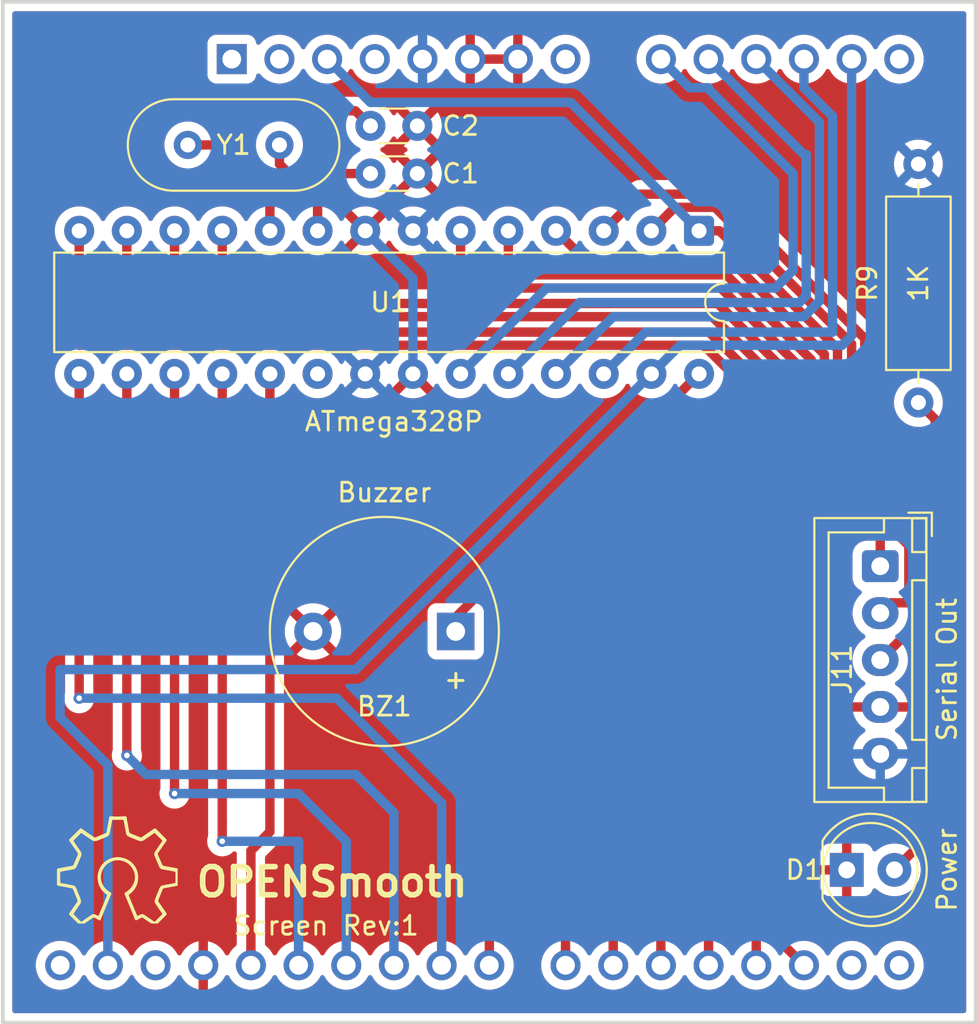
<source format=kicad_pcb>
(kicad_pcb (version 20241229) (generator "pcbnew") (generator_version "9.0")
  (layers (0 "F.Cu" signal) (2 "B.Cu" signal) (13 "F.Paste" user) (15 "B.Paste" user) (5 "F.SilkS" user "F.Silkscreen") (7 "B.SilkS" user "B.Silkscreen") (1 "F.Mask" user) (3 "B.Mask" user) (25 "Edge.Cuts" user))
  (net 0 "")
  (net 1 "Net-(A1-D7)")
  (net 2 "Net-(A1-D6)")
  (net 3 "A3")
  (net 4 "D8")
  (net 6 "GND")
  (net 9 "Net-(A1-D4)")
  (net 11 "A4")
  (net 13 "Net-(A1-D5)")
  (net 14 "D9")
  (net 15 "D10")
  (net 16 "Reset")
  (net 18 "Net-(A1-D2)")
  (net 19 "A0")
  (net 20 "Net-(A1-D3)")
  (net 22 "A2")
  (net 23 "D12")
  (net 25 "D13")
  (net 26 "A1")
  (net 27 "D11")
  (net 28 "+5V")
  (net 29 "A5")
  (net 30 "RX")
  (net 31 "TX")
  (net 34 "Net-(U1-XTAL1{slash}PB6)")
  (net 35 "Net-(U1-XTAL2{slash}PB7)")
  (net 36 "Net-(D1-A)")
  (footprint "Buzzer_Beeper:Buzzer_12x9.5RM7.6" (layer "F.Cu") (at 146.04 86.868 180)
    (property "Reference" "BZ1" (hide yes))
    (property "Value" "Buzzer")
  )
  (footprint "Resistor_THT:R_Axial_DIN0309_L9.0mm_D3.2mm_P12.70mm_Horizontal" (layer "F.Cu") (at 170.688 74.676 90)
    (property "Reference" "R9")
    (property "Value" "1K")
  )
  (footprint "Package_DIP:DIP-28_W7.62mm" (layer "F.Cu") (at 159.004 65.532 -90)
    (property "Reference" "U1" (hide yes))
    (property "Value" "ATmega328P")
  )
  (footprint "Connector_JST:JST_XH_B5B-XH-A_1x05_P2.50mm_Vertical" (layer "F.Cu") (at 168.656 83.392 -90)
    (property "Reference" "J11" (hide yes))
    (property "Value" "Serial Out")
  )
  (footprint "Module:Arduino_UNO_R3" (layer "F.Cu") (at 134.112 56.388)
    (property "Reference" "A1" (hide yes))
    (property "Value" "Arduino_UNO_R3" (hide yes))
  )
  (footprint "Capacitor_THT:C_Disc_D3.0mm_W1.6mm_P2.50mm" (layer "F.Cu") (at 141.498 59.944)
    (property "Reference" "C2")
    (property "Value" "22pF" (hide yes))
  )
  (footprint "Capacitor_THT:C_Disc_D3.0mm_W1.6mm_P2.50mm" (layer "F.Cu") (at 141.498 62.484)
    (property "Reference" "C1")
    (property "Value" "22pF" (hide yes))
  )
  (footprint "LED_THT:LED_D5.0mm" (layer "F.Cu") (at 166.873 99.568)
    (property "Reference" "D1")
    (property "Value" "Power")
  )
  (footprint "Crystal:Crystal_HC49-4H_Vertical" (layer "F.Cu") (at 131.772 60.96)
    (property "Reference" "Y1" (hide yes))
    (property "Value" "Crystal 16 MHz" (hide yes))
  )
  (gr_poly (pts (xy 128.391044 96.710778) (xy 128.432433 96.711438) (xy 128.475316 96.712723) (xy 128.480171 96.716922) (xy 128.484638 96.721216) (xy 128.488733 96.725601) (xy 128.492472 96.730072) (xy 128.495871 96.734626) (xy 128.498948 96.739257) (xy 128.501717 96.743961) (xy 128.504196 96.748735) (xy 128.506401 96.753573) (xy 128.508348 96.758472) (xy 128.510054 96.763426) (xy 128.511534 96.768432) (xy 128.512805 96.773485) (xy 128.513884 96.778581) (xy 128.514786 96.783716) (xy 128.515528 96.788885) (xy 128.521203 96.829588) (xy 128.527604 96.870162) (xy 128.541853 96.951047) (xy 128.556819 97.031788) (xy 128.571045 97.112635) (xy 128.647994 97.525087) (xy 128.64979 97.534514) (xy 128.65202 97.543454) (xy 128.654687 97.551923) (xy 128.657794 97.559935) (xy 128.661343 97.567505) (xy 128.665337 97.57465) (xy 128.66978 97.581384) (xy 128.674674 97.587722) (xy 128.680023 97.593679) (xy 128.685828 97.599271) (xy 128.692094 97.604513) (xy 128.698824 97.60942) (xy 128.706019 97.614007) (xy 128.713683 97.61829) (xy 128.721819 97.622283) (xy 128.73043 97.626002) (xy 129.217004 97.825931) (xy 129.224423 97.828719) (xy 129.231816 97.831059) (xy 129.239183 97.832942) (xy 129.246525 97.834361) (xy 129.253846 97.83531) (xy 129.261145 97.83578) (xy 129.268425 97.835764) (xy 129.275686 97.835256) (xy 129.28293 97.834248) (xy 129.290159 97.832732) (xy 129.297374 97.830702) (xy 129.304577 97.82815) (xy 129.311768 97.825069) (xy 129.318949 97.821452) (xy 129.326123 97.817291) (xy 129.333289 97.81258) (xy 129.647665 97.595043) (xy 129.962854 97.378679) (xy 129.971556 97.373029) (xy 129.979966 97.368222) (xy 129.98407 97.366134) (xy 129.988111 97.364257) (xy 129.992093 97.362591) (xy 129.99602 97.361135) (xy 129.999895 97.35989) (xy 130.003722 97.358855) (xy 130.007503 97.358031) (xy 130.011244 97.357416) (xy 130.014947 97.357012) (xy 130.018615 97.356819) (xy 130.022253 97.356835) (xy 130.025863 97.357061) (xy 130.029451 97.357498) (xy 130.033018 97.358144) (xy 130.036568 97.359) (xy 130.040106 97.360066) (xy 130.043634 97.361342) (xy 130.047156 97.362828) (xy 130.050677 97.364523) (xy 130.054198 97.366428) (xy 130.057724 97.368542) (xy 130.061258 97.370866) (xy 130.068366 97.376143) (xy 130.07555 97.382256) (xy 130.082838 97.389207) (xy 130.603084 97.911631) (xy 130.612672 97.921451) (xy 130.621048 97.930462) (xy 130.628221 97.938793) (xy 130.63136 97.942745) (xy 130.634202 97.946575) (xy 130.636748 97.9503) (xy 130.639 97.953937) (xy 130.640958 97.957501) (xy 130.642624 97.961009) (xy 130.644 97.964477) (xy 130.645085 97.967922) (xy 130.645883 97.971359) (xy 130.646393 97.974804) (xy 130.646617 97.978275) (xy 130.646556 97.981787) (xy 130.646211 97.985357) (xy 130.645585 97.989) (xy 130.644677 97.992733) (xy 130.643489 97.996573) (xy 130.642022 98.000535) (xy 130.640278 98.004636) (xy 130.638257 98.008892) (xy 130.635962 98.013319) (xy 130.63055 98.022751) (xy 130.624053 98.033063) (xy 130.61648 98.044385) (xy 130.418516 98.335867) (xy 130.317894 98.480454) (xy 130.266528 98.552) (xy 130.214213 98.622874) (xy 130.206548 98.633543) (xy 130.19962 98.644157) (xy 130.193458 98.654735) (xy 130.188091 98.665294) (xy 130.18355 98.675853) (xy 130.179862 98.686431) (xy 130.177059 98.697045) (xy 130.175997 98.702372) (xy 130.175168 98.707714) (xy 130.174574 98.713075) (xy 130.174219 98.718456) (xy 130.174107 98.723861) (xy 130.174242 98.72929) (xy 130.174626 98.734747) (xy 130.175265 98.740234) (xy 130.176161 98.745752) (xy 130.177318 98.751305) (xy 130.17874 98.756895) (xy 130.180431 98.762523) (xy 130.182394 98.768193) (xy 130.184632 98.773906) (xy 130.18715 98.779665) (xy 130.189952 98.785472) (xy 130.19304 98.791329) (xy 130.196418 98.797239) (xy 130.19913 98.801924) (xy 130.201745 98.806667) (xy 130.206719 98.81631) (xy 130.211405 98.826124) (xy 130.215871 98.836069) (xy 130.232838 98.8763) (xy 130.410092 99.291125) (xy 130.412549 99.296493) (xy 130.415212 99.301656) (xy 130.418084 99.306606) (xy 130.421173 99.311333) (xy 130.424482 99.315829) (xy 130.428017 99.320085) (xy 130.431783 99.324092) (xy 130.435787 99.327842) (xy 130.440032 99.331325) (xy 130.444525 99.334532) (xy 130.44927 99.337456) (xy 130.454274 99.340086) (xy 130.45954 99.342415) (xy 130.465075 99.344433) (xy 130.470884 99.346131) (xy 130.476972 99.347501) (xy 130.508993 99.354044) (xy 130.540939 99.360975) (xy 130.572897 99.367836) (xy 130.588907 99.371097) (xy 130.604952 99.374168) (xy 131.231755 99.488625) (xy 131.231324 99.949707) (xy 131.228308 100.413536) (xy 131.216245 100.414381) (xy 131.20433 100.415601) (xy 131.19255 100.417151) (xy 131.180892 100.41899) (xy 131.157893 100.423359) (xy 131.13523 100.428359) (xy 131.090505 100.438869) (xy 131.06824 100.443685) (xy 131.045904 100.447746) (xy 130.976657 100.459231) (xy 130.907533 100.471485) (xy 130.769535 100.497559) (xy 130.493686 100.550795) (xy 130.488166 100.551973) (xy 130.482924 100.553415) (xy 130.477956 100.555115) (xy 130.473254 100.557066) (xy 130.468813 100.559264) (xy 130.464626 100.561703) (xy 130.460686 100.564377) (xy 130.456989 100.567281) (xy 130.453528 100.570409) (xy 130.450295 100.573755) (xy 130.447286 100.577315) (xy 130.444494 100.581082) (xy 130.441912 100.585051) (xy 130.439535 100.589216) (xy 130.437356 100.593573) (xy 130.435369 100.598114) (xy 130.212578 101.147793) (xy 130.208729 101.157859) (xy 130.205571 101.167702) (xy 130.203099 101.177343) (xy 130.201311 101.186805) (xy 130.200203 101.19611) (xy 130.199771 101.205279) (xy 130.200013 101.214335) (xy 130.200923 101.223299) (xy 130.2025 101.232194) (xy 130.204739 101.241042) (xy 130.207637 101.249864) (xy 130.21119 101.258682) (xy 130.215396 101.267519) (xy 130.22025 101.276397) (xy 130.225748 101.285337) (xy 130.231888 101.294361) (xy 130.328862 101.431949) (xy 130.424902 101.570201) (xy 130.616351 101.847157) (xy 130.62401 101.858482) (xy 130.630604 101.868961) (xy 130.636121 101.878703) (xy 130.638472 101.883331) (xy 130.640549 101.887817) (xy 130.642352 101.892173) (xy 130.643879 101.896412) (xy 130.645128 101.90055) (xy 130.646098 101.904599) (xy 130.646787 101.908573) (xy 130.647194 101.912485) (xy 130.647319 101.91635) (xy 130.647158 101.920181) (xy 130.646712 101.923992) (xy 130.645978 101.927796) (xy 130.644955 101.931607) (xy 130.643642 101.935438) (xy 130.642037 101.939304) (xy 130.640139 101.943218) (xy 130.637946 101.947193) (xy 130.635458 101.951243) (xy 130.632672 101.955383) (xy 130.629587 101.959625) (xy 130.622516 101.968471) (xy 130.614233 101.977892) (xy 130.604727 101.987996) (xy 130.59919 101.993674) (xy 130.593611 101.999312) (xy 130.5824 102.010536) (xy 130.16813 102.4255) (xy 130.000508 102.42525) (xy 129.915412 102.424656) (xy 129.828773 102.423498) (xy 129.803482 102.409277) (xy 129.779664 102.395719) (xy 129.768229 102.389009) (xy 129.757069 102.38225) (xy 129.746151 102.375369) (xy 129.735445 102.368295) (xy 129.557071 102.246841) (xy 129.37938 102.124396) (xy 129.373594 102.120609) (xy 129.367842 102.117311) (xy 129.362117 102.114496) (xy 129.356413 102.112158) (xy 129.350723 102.110294) (xy 129.345039 102.108897) (xy 129.339354 102.107964) (xy 129.333662 102.107488) (xy 129.327954 102.107465) (xy 129.322224 102.107889) (xy 129.316466 102.108756) (xy 129.310671 102.110061) (xy 129.304833 102.111799) (xy 129.298944 102.113964) (xy 129.292998 102.116551) (xy 129.286987 102.119557) (xy 129.16992 102.181675) (xy 129.111161 102.212295) (xy 129.052083 102.242273) (xy 129.043319 102.246326) (xy 129.039102 102.24803) (xy 129.034991 102.24952) (xy 129.030986 102.250794) (xy 129.027083 102.251854) (xy 129.023282 102.2527) (xy 129.019579 102.25333) (xy 129.015973 102.253746) (xy 129.012462 102.253948) (xy 129.009044 102.253935) (xy 129.005716 102.253707) (xy 129.002477 102.253265) (xy 128.999324 102.252609) (xy 128.996257 102.251738) (xy 128.993271 102.250653) (xy 128.990367 102.249353) (xy 128.98754 102.247839) (xy 128.984791 102.246111) (xy 128.982115 102.244169) (xy 128.979513 102.242013) (xy 128.97698 102.239642) (xy 128.974516 102.237057) (xy 128.972118 102.234258) (xy 128.969784 102.231245) (xy 128.967513 102.228019) (xy 128.965302 102.224578) (xy 128.963148 102.220923) (xy 128.959009 102.212972) (xy 128.955077 102.204165) (xy 128.92719 102.136748) (xy 128.899614 102.069205) (xy 128.797759 101.816136) (xy 128.695126 101.563388) (xy 128.414356 100.888128) (xy 128.409743 100.876446) (xy 128.405999 100.865592) (xy 128.403143 100.855493) (xy 128.402055 100.850704) (xy 128.401197 100.846076) (xy 128.400572 100.841602) (xy 128.400182 100.837271) (xy 128.40003 100.833074) (xy 128.400118 100.829003) (xy 128.400449 100.825048) (xy 128.401026 100.8212) (xy 128.401851 100.817451) (xy 128.402927 100.81379) (xy 128.404257 100.81021) (xy 128.405842 100.806701) (xy 128.407687 100.803254) (xy 128.409792 100.799859) (xy 128.412162 100.796509) (xy 128.414798 100.793193) (xy 128.417703 100.789903) (xy 128.42088 100.786629) (xy 128.424332 100.783364) (xy 128.42806 100.780096) (xy 128.436358 100.773521) (xy 128.445795 100.76683) (xy 128.456392 100.759953) (xy 128.490946 100.737711) (xy 128.524632 100.714706) (xy 128.557408 100.690895) (xy 128.58923 100.666233) (xy 128.620056 100.640678) (xy 128.649841 100.614186) (xy 128.678542 100.586713) (xy 128.706117 100.558217) (xy 128.732521 100.528653) (xy 128.757712 100.497979) (xy 128.781645 100.46615) (xy 128.804279 100.433124) (xy 128.825569 100.398856) (xy 128.845472 100.363305) (xy 128.863945 100.326425) (xy 128.880944 100.288174) (xy 128.898975 100.241855) (xy 128.914393 100.195623) (xy 128.927195 100.149482) (xy 128.937384 100.10344) (xy 128.944958 100.057501) (xy 128.949918 100.011671) (xy 128.952264 99.965957) (xy 128.951995 99.920364) (xy 128.949113 99.874898) (xy 128.943616 99.829564) (xy 128.935505 99.784369) (xy 128.92478 99.739319) (xy 128.91144 99.694418) (xy 128.895487 99.649674) (xy 128.876919 99.605091) (xy 128.855738 99.560676) (xy 128.831063 99.514828) (xy 128.804615 99.471063) (xy 128.776402 99.42939) (xy 128.74643 99.389816) (xy 128.714705 99.352351) (xy 128.681235 99.317001) (xy 128.646027 99.283776) (xy 128.609087 99.252682) (xy 128.570421 99.223729) (xy 128.530037 99.196924) (xy 128.487942 99.172276) (xy 128.444142 99.149792) (xy 128.398644 99.129481) (xy 128.351455 99.11135) (xy 128.302581 99.095408) (xy 128.252029 99.081663) (xy 128.211738 99.07266) (xy 128.171654 99.065525) (xy 128.131779 99.06025) (xy 128.092116 99.056828) (xy 128.052667 99.055251) (xy 128.013437 99.055513) (xy 127.974426 99.057605) (xy 127.935639 99.06152) (xy 127.897077 99.067252) (xy 127.858744 99.074791) (xy 127.820642 99.084133) (xy 127.782774 99.095268) (xy 127.745143 99.108189) (xy 127.707752 99.12289) (xy 127.670603 99.139363) (xy 127.633699 99.157599) (xy 127.596879 99.177716) (xy 127.561414 99.199084) (xy 127.527307 99.221704) (xy 127.494557 99.245572) (xy 127.463168 99.270688) (xy 127.433138 99.29705) (xy 127.40447 99.324657) (xy 127.377164 99.353507) (xy 127.351221 99.3836) (xy 127.326643 99.414933) (xy 127.30343 99.447505) (xy 127.281584 99.481315) (xy 127.261105 99.516361) (xy 127.241994 99.552643) (xy 127.224253 99.590157) (xy 127.207882 99.628904) (xy 127.195618 99.661238) (xy 127.184561 99.693689) (xy 127.17473 99.726251) (xy 127.166145 99.75892) (xy 127.158825 99.79169) (xy 127.152791 99.824558) (xy 127.148062 99.857518) (xy 127.144657 99.890565) (xy 127.142596 99.923695) (xy 127.141899 99.956904) (xy 127.142585 99.990185) (xy 127.144674 100.023534) (xy 127.148186 100.056948) (xy 127.153141 100.090419) (xy 127.159557 100.123945) (xy 127.167456 100.15752) (xy 127.178913 100.198535) (xy 127.191921 100.238544) (xy 127.206478 100.277541) (xy 127.222583 100.315519) (xy 127.240237 100.352471) (xy 127.259438 100.388392) (xy 127.280187 100.423274) (xy 127.302482 100.457112) (xy 127.326324 100.489898) (xy 127.351712 100.521626) (xy 127.378645 100.552291) (xy 127.407123 100.581884) (xy 127.437145 100.610401) (xy 127.468712 100.637834) (xy 127.501822 100.664176) (xy 127.536476 100.689422) (xy 127.551024 100.699704) (xy 127.56547 100.71012) (xy 127.594286 100.731061) (xy 127.608768 100.74144) (xy 127.623374 100.751659) (xy 127.638161 100.761647) (xy 127.653185 100.771329) (xy 127.657119 100.77386) (xy 127.660844 100.776392) (xy 127.664362 100.778928) (xy 127.667674 100.781474) (xy 127.670784 100.784032) (xy 127.673692 100.786607) (xy 127.676402 100.789203) (xy 127.678914 100.791824) (xy 127.681231 100.794473) (xy 127.683355 100.797156) (xy 127.685288 100.799875) (xy 127.687031 100.802636) (xy 127.688588 100.805441) (xy 127.68996 100.808295) (xy 127.691148 100.811203) (xy 127.692156 100.814167) (xy 127.692984 100.817192) (xy 127.693635 100.820282) (xy 127.694111 100.823442) (xy 127.694415 100.826674) (xy 127.694547 100.829983) (xy 127.69451 100.833374) (xy 127.694306 100.83685) (xy 127.693937 100.840414) (xy 127.693405 100.844072) (xy 127.692712 100.847827) (xy 127.69186 100.851683) (xy 127.69085 100.855645) (xy 127.689686 100.859715) (xy 127.688369 100.863899) (xy 127.685284 100.872623) (xy 127.680835 100.88416) (xy 127.676238 100.895641) (xy 127.666737 100.918487) (xy 127.647485 100.964088) (xy 127.465126 101.406667) (xy 127.322426 101.754479) (xy 127.230481 101.973507) (xy 127.185103 102.083245) (xy 127.163009 102.138341) (xy 127.14148 102.193655) (xy 127.138489 102.201185) (xy 127.135486 102.208162) (xy 127.13247 102.214602) (xy 127.129438 102.22052) (xy 127.126386 102.225932) (xy 127.123311 102.230853) (xy 127.120211 102.235298) (xy 127.117082 102.239283) (xy 127.113921 102.242823) (xy 127.110725 102.245935) (xy 127.107491 102.248633) (xy 127.104217 102.250932) (xy 127.100898 102.252849) (xy 127.097533 102.254399) (xy 127.094117 102.255597) (xy 127.090649 102.256459) (xy 127.087124 102.257001) (xy 127.08354 102.257236) (xy 127.079894 102.257183) (xy 127.076183 102.256854) (xy 127.072403 102.256267) (xy 127.068552 102.255437) (xy 127.064627 102.254378) (xy 127.060624 102.253108) (xy 127.052374 102.249991) (xy 127.043777 102.246209) (xy 127.034811 102.241888) (xy 127.025449 102.237151) (xy 126.971155 102.208759) (xy 126.917262 102.179581) (xy 126.863704 102.149778) (xy 126.810418 102.119509) (xy 126.803876 102.115967) (xy 126.797433 102.112898) (xy 126.791078 102.110309) (xy 126.7848 102.108208) (xy 126.778587 102.106603) (xy 126.77243 102.105501) (xy 126.766316 102.10491) (xy 126.760236 102.104837) (xy 126.757206 102.104997) (xy 126.754179 102.10529) (xy 126.751155 102.105716) (xy 126.748133 102.106277) (xy 126.745111 102.106973) (xy 126.742088 102.107805) (xy 126.736032 102.109881) (xy 126.729956 102.112514) (xy 126.723847 102.115711) (xy 126.717696 102.119479) (xy 126.711491 102.123826) (xy 126.69551 102.1355) (xy 126.679349 102.146933) (xy 126.646648 102.169288) (xy 126.580855 102.213475) (xy 126.270818 102.4255) (xy 125.933225 102.4255) (xy 125.823834 102.319753) (xy 125.715489 102.214006) (xy 125.500535 102.002519) (xy 125.494706 101.997134) (xy 125.482898 101.985318) (xy 125.472628 101.974584) (xy 125.463881 101.964758) (xy 125.460073 101.960131) (xy 125.45664 101.955664) (xy 125.45358 101.951336) (xy 125.450891 101.947124) (xy 125.448571 101.943008) (xy 125.446617 101.938965) (xy 125.445029 101.934972) (xy 125.443804 101.931009) (xy 125.442939 101.927052) (xy 125.442434 101.923081) (xy 125.442286 101.919072) (xy 125.442494 101.915005) (xy 125.443055 101.910856) (xy 125.443967 101.906605) (xy 125.445228 101.902229) (xy 125.446837 101.897706) (xy 125.448792 101.893014) (xy 125.45109 101.888131) (xy 125.45373 101.883035) (xy 125.456709 101.877705) (xy 125.463679 101.866251) (xy 125.471984 101.853595) (xy 125.481609 101.839559) (xy 125.674715 101.561229) (xy 125.868447 101.283339) (xy 125.873457 101.275962) (xy 125.878034 101.26868) (xy 125.882158 101.261463) (xy 125.885809 101.25428) (xy 125.888966 101.247102) (xy 125.891609 101.239899) (xy 125.893719 101.232639) (xy 125.895274 101.225294) (xy 125.895837 101.221579) (xy 125.896254 101.217832) (xy 125.896522 101.214048) (xy 125.89664 101.210224) (xy 125.896603 101.206356) (xy 125.89641 101.20244) (xy 125.896058 101.198473) (xy 125.895545 101.194449) (xy 125.894868 101.190367) (xy 125.894025 101.186222) (xy 125.893013 101.18201) (xy 125.891829 101.177728) (xy 125.888937 101.168936) (xy 125.885328 101.159817) (xy 125.826737 101.020159) (xy 125.769548 100.879901) (xy 125.656386 100.598863) (xy 125.654323 100.594099) (xy 125.652101 100.5896) (xy 125.649709 100.585365) (xy 125.647137 100.581389) (xy 125.644375 100.577668) (xy 125.641412 100.574199) (xy 125.639852 100.572557) (xy 125.638238 100.570978) (xy 125.636569 100.569459) (xy 125.634843 100.568001) (xy 125.633059 100.566603) (xy 125.631215 100.565264) (xy 125.629311 100.563985) (xy 125.627346 100.562764) (xy 125.625317 100.561602) (xy 125.623223 100.560498) (xy 125.618838 100.558461) (xy 125.614179 100.556649) (xy 125.609237 100.55506) (xy 125.604 100.553688) (xy 125.598459 100.552532) (xy 125.507187 100.534981) (xy 125.416081 100.516533) (xy 125.325002 100.497924) (xy 125.233813 100.479891) (xy 125.178328 100.469846) (xy 125.122685 100.46063) (xy 125.011284 100.442792) (xy 124.990383 100.439035) (xy 124.969578 100.434815) (xy 124.928088 100.425735) (xy 124.907321 100.42125) (xy 124.886485 100.417052) (xy 124.865537 100.413329) (xy 124.844438 100.410269) (xy 124.841749 100.409869) (xy 124.839144 100.409359) (xy 124.83662 100.40874) (xy 124.834179 100.408014) (xy 124.831822 100.407184) (xy 124.829547 100.406252) (xy 124.827356 100.405219) (xy 124.825248 100.404088) (xy 124.823224 100.40286) (xy 124.821283 100.401539) (xy 124.819427 100.400126) (xy 124.817655 100.398622) (xy 124.815968 100.397031) (xy 124.814366 100.395355) (xy 124.812848 100.393594) (xy 124.811416 100.391753) (xy 124.810069 100.389831) (xy 124.808808 100.387833) (xy 124.807632 100.385759) (xy 124.806542 100.383612) (xy 124.805539 100.381394) (xy 124.804622 100.379107) (xy 124.803791 100.376753) (xy 124.803047 100.374334) (xy 124.80239 100.371853) (xy 124.801821 100.369311) (xy 124.801339 100.36671) (xy 124.800944 100.364053) (xy 124.800637 100.361342) (xy 124.800418 100.358579) (xy 124.800288 100.355765) (xy 124.800245 100.352903) (xy 124.800529 99.904073) (xy 124.971801 99.904073) (xy 124.972705 99.969015) (xy 124.975938 100.098889) (xy 124.978413 100.228766) (xy 124.97853 100.232388) (xy 124.978828 100.235841) (xy 124.979317 100.239121) (xy 124.980004 100.242227) (xy 124.980899 100.245155) (xy 124.981428 100.246552) (xy 124.982011 100.247904) (xy 124.982651 100.24921) (xy 124.983349 100.250471) (xy 124.984105 100.251685) (xy 124.984921 100.252853) (xy 124.985798 100.253974) (xy 124.986737 100.255048) (xy 124.987738 100.256074) (xy 124.988805 100.257053) (xy 124.989936 100.257984) (xy 124.991134 100.258867) (xy 124.992399 100.259701) (xy 124.993733 100.260486) (xy 124.995137 100.261222) (xy 124.996612 100.261908) (xy 124.998158 100.262545) (xy 124.999778 100.263131) (xy 125.001472 100.263667) (xy 125.003241 100.264152) (xy 125.005087 100.264586) (xy 125.00701 100.264968) (xy 125.023954 100.268346) (xy 125.040787 100.272162) (xy 125.074333 100.280359) (xy 125.091156 100.284361) (xy 125.108083 100.288048) (xy 125.125171 100.291232) (xy 125.133791 100.292576) (xy 125.142472 100.293722) (xy 125.167891 100.297102) (xy 125.19324 100.301079) (xy 125.218532 100.305531) (xy 125.243782 100.310336) (xy 125.344631 100.330637) (xy 125.468815 100.355213) (xy 125.531068 100.366684) (xy 125.562308 100.371866) (xy 125.59365 100.376547) (xy 125.612215 100.379459) (xy 125.630421 100.382984) (xy 125.648226 100.387178) (xy 125.66559 100.392095) (xy 125.682469 100.39779) (xy 125.698823 100.404315) (xy 125.714609 100.411727) (xy 125.729786 100.420079) (xy 125.744312 100.429426) (xy 125.758145 100.439821) (xy 125.771244 100.451321) (xy 125.783567 100.463977) (xy 125.795072 100.477846) (xy 125.805717 100.492981) (xy 125.815461 100.509438) (xy 125.824262 100.527269) (xy 125.832387 100.545784) (xy 125.840244 100.564423) (xy 125.855327 100.601983) (xy 125.884216 100.677636) (xy 125.929216 100.792655) (xy 125.975362 100.907223) (xy 126.020996 101.022) (xy 126.043101 101.079674) (xy 126.064456 101.137648) (xy 126.069885 101.153917) (xy 126.074413 101.170046) (xy 126.078031 101.186037) (xy 126.080728 101.201892) (xy 126.082494 101.217615) (xy 126.08332 101.233208) (xy 126.083195 101.248673) (xy 126.082109 101.264013) (xy 126.080053 101.279231) (xy 126.077015 101.29433) (xy 126.072987 101.309312) (xy 126.067958 101.32418) (xy 126.061918 101.338936) (xy 126.054856 101.353583) (xy 126.046764 101.368124) (xy 126.037631 101.382562) (xy 125.872129 101.628849) (xy 125.70563 101.874458) (xy 125.701652 101.8806) (xy 125.698256 101.886546) (xy 125.695445 101.892315) (xy 125.694261 101.895139) (xy 125.693223 101.897927) (xy 125.692334 101.90068) (xy 125.691594 101.903402) (xy 125.691002 101.906095) (xy 125.690559 101.908761) (xy 125.690267 101.911402) (xy 125.690124 101.914022) (xy 125.690132 101.916623) (xy 125.690291 101.919207) (xy 125.690602 101.921777) (xy 125.691065 101.924335) (xy 125.691679 101.926883) (xy 125.692447 101.929425) (xy 125.693368 101.931963) (xy 125.694442 101.934499) (xy 125.69567 101.937036) (xy 125.697053 101.939575) (xy 125.69859 101.942121) (xy 125.700283 101.944675) (xy 125.702132 101.947239) (xy 125.704137 101.949817) (xy 125.708616 101.955022) (xy 125.713726 101.96031) (xy 125.799007 102.044455) (xy 125.883919 102.128977) (xy 125.968312 102.214011) (xy 126.052037 102.299692) (xy 126.054691 102.302364) (xy 126.0573 102.304856) (xy 126.059868 102.307169) (xy 126.062399 102.309306) (xy 126.064896 102.311267) (xy 126.067363 102.313056) (xy 126.069803 102.314675) (xy 126.072219 102.316126) (xy 126.074615 102.31741) (xy 126.076995 102.31853) (xy 126.079362 102.319487) (xy 126.081719 102.320285) (xy 126.08407 102.320925) (xy 126.086419 102.321409) (xy 126.088768 102.32174) (xy 126.091122 102.321918) (xy 126.093483 102.321947) (xy 126.095856 102.321829) (xy 126.098244 102.321565) (xy 126.10065 102.321158) (xy 126.103077 102.32061) (xy 126.10553 102.319923) (xy 126.108012 102.319098) (xy 126.110525 102.318139) (xy 126.113075 102.317047) (xy 126.115663 102.315824) (xy 126.120971 102.312994) (xy 126.126477 102.309666) (xy 126.132209 102.305857) (xy 126.382972 102.133214) (xy 126.509023 102.047892) (xy 126.635924 101.963872) (xy 126.647948 101.956406) (xy 126.660157 101.949613) (xy 126.672544 101.943528) (xy 126.685104 101.938186) (xy 126.69783 101.933622) (xy 126.710714 101.929871) (xy 126.72375 101.926969) (xy 126.736932 101.924951) (xy 126.750252 101.923851) (xy 126.763705 101.923706) (xy 126.777284 101.924551) (xy 126.790982 101.92642) (xy 126.804792 101.929348) (xy 126.818708 101.933372) (xy 126.832723 101.938526) (xy 126.846831 101.944846) (xy 126.874416 101.957937) (xy 126.902114 101.970817) (xy 126.915916 101.977372) (xy 126.929639 101.984108) (xy 126.943247 101.991101) (xy 126.956704 101.99843) (xy 126.963368 102.002008) (xy 126.969589 102.004976) (xy 126.972544 102.006227) (xy 126.975401 102.007322) (xy 126.978163 102.008257) (xy 126.980836 102.009033) (xy 126.983424 102.009647) (xy 126.98593 102.010098) (xy 126.988358 102.010384) (xy 126.990714 102.010505) (xy 126.993002 102.010458) (xy 126.995224 102.010242) (xy 126.997387 102.009856) (xy 126.999493 102.009298) (xy 127.001547 102.008567) (xy 127.003554 102.00766) (xy 127.005517 102.006578) (xy 127.00744 102.005317) (xy 127.009329 102.003878) (xy 127.011186 102.002257) (xy 127.013017 102.000454) (xy 127.014826 101.998468) (xy 127.016616 101.996296) (xy 127.018392 101.993938) (xy 127.020158 101.991391) (xy 127.021918 101.988655) (xy 127.025439 101.982608) (xy 127.028987 101.975784) (xy 127.034538 101.964232) (xy 127.039849 101.952559) (xy 127.044965 101.940789) (xy 127.049928 101.928944) (xy 127.069156 101.881281) (xy 127.114605 101.768) (xy 127.137408 101.711393) (xy 127.160645 101.654968) (xy 127.259178 101.42668) (xy 127.325688 101.268507) (xy 127.358431 101.189212) (xy 127.390502 101.10965) (xy 127.399488 101.087734) (xy 127.408836 101.065969) (xy 127.427844 101.022563) (xy 127.43712 101.00076) (xy 127.445988 100.978781) (xy 127.454255 100.956545) (xy 127.458104 100.945304) (xy 127.46173 100.933969) (xy 127.463073 100.929224) (xy 127.464104 100.924701) (xy 127.464819 100.920385) (xy 127.465211 100.916262) (xy 127.465275 100.912318) (xy 127.465183 100.910409) (xy 127.465006 100.90854) (xy 127.464745 100.906708) (xy 127.464399 100.904912) (xy 127.463967 100.90315) (xy 127.463448 100.90142) (xy 127.462842 100.899722) (xy 127.462148 100.898051) (xy 127.461365 100.896408) (xy 127.460493 100.894791) (xy 127.459531 100.893196) (xy 127.458478 100.891624) (xy 127.457334 100.890071) (xy 127.456098 100.888537) (xy 127.453348 100.885516) (xy 127.450221 100.882546) (xy 127.446713 100.879614) (xy 127.442819 100.876705) (xy 127.429967 100.867464) (xy 127.417221 100.858065) (xy 127.404577 100.848519) (xy 127.392031 100.838838) (xy 127.37958 100.829032) (xy 127.367219 100.819114) (xy 127.342756 100.798983) (xy 127.317204 100.776955) (xy 127.292525 100.754305) (xy 127.268719 100.731033) (xy 127.245786 100.707138) (xy 127.223723 100.682622) (xy 127.202532 100.657482) (xy 127.182211 100.631719) (xy 127.162758 100.605333) (xy 127.144175 100.578324) (xy 127.12646 100.550691) (xy 127.109612 100.522434) (xy 127.09363 100.493554) (xy 127.078515 100.464049) (xy 127.064265 100.433919) (xy 127.050879 100.403165) (xy 127.038357 100.371787) (xy 127.027947 100.34289) (xy 127.018601 100.31379) (xy 127.01019 100.284493) (xy 127.002584 100.255002) (xy 126.995656 100.225323) (xy 126.989276 100.195459) (xy 126.983315 100.165417) (xy 126.977645 100.135201) (xy 126.972113 100.101594) (xy 126.967868 100.068117) (xy 126.964874 100.03477) (xy 126.963093 100.001549) (xy 126.96249 99.968454) (xy 126.963029 99.935483) (xy 126.964672 99.902633) (xy 126.967384 99.869904) (xy 126.971128 99.837293) (xy 126.975868 99.804799) (xy 126.981568 99.772421) (xy 126.98819 99.740155) (xy 126.9957 99.708002) (xy 127.00406 99.675958) (xy 127.013234 99.644022) (xy 127.023185 99.612193) (xy 127.031918 99.586594) (xy 127.041354 99.561344) (xy 127.051484 99.536441) (xy 127.062296 99.511887) (xy 127.073781 99.48768) (xy 127.085927 99.46382) (xy 127.098724 99.440307) (xy 127.112162 99.417141) (xy 127.12623 99.39432) (xy 127.140918 99.371845) (xy 127.156215 99.349715) (xy 127.17211 99.32793) (xy 127.188593 99.306489) (xy 127.205654 99.285393) (xy 127.223282 99.264639) (xy 127.241466 99.24423) (xy 127.262627 99.221671) (xy 127.284288 99.199842) (xy 127.306444 99.178738) (xy 127.32909 99.158353) (xy 127.352223 99.138681) (xy 127.375837 99.119716) (xy 127.399928 99.101452) (xy 127.424492 99.083884) (xy 127.449525 99.067005) (xy 127.475021 99.050809) (xy 127.500978 99.035291) (xy 127.527389 99.020445) (xy 127.554252 99.006265) (xy 127.58156 98.992744) (xy 127.609311 98.979878) (xy 127.6375 98.967661) (xy 127.655887 98.960255) (xy 127.674417 98.953354) (xy 127.693082 98.946926) (xy 127.711872 98.94094) (xy 127.74979 98.930169) (xy 127.788097 98.920789) (xy 127.826718 98.912549) (xy 127.865581 98.905198) (xy 127.943734 98.892156) (xy 127.967032 98.888989) (xy 127.990236 98.88686) (xy 128.013363 98.885696) (xy 128.036429 98.885422) (xy 128.059453 98.885965) (xy 128.08245 98.887252) (xy 128.105438 98.889209) (xy 128.128434 98.891763) (xy 128.174515 98.898367) (xy 128.220831 98.906477) (xy 128.314705 98.924859) (xy 128.340934 98.931269) (xy 128.366856 98.938346) (xy 128.392473 98.946084) (xy 128.417783 98.95448) (xy 128.442788 98.963531) (xy 128.467487 98.973232) (xy 128.491881 98.983578) (xy 128.51597 98.994567) (xy 128.539755 99.006195) (xy 128.563235 99.018456) (xy 128.586411 99.031348) (xy 128.609284 99.044867) (xy 128.631853 99.059007) (xy 128.654119 99.073767) (xy 128.676082 99.08914) (xy 128.697743 99.105125) (xy 128.734196 99.133833) (xy 128.76914 99.16361) (xy 128.80256 99.194454) (xy 128.834445 99.226364) (xy 128.864779 99.259339) (xy 128.89355 99.293377) (xy 128.920745 99.328477) (xy 128.946349 99.364637) (xy 128.97035 99.401856) (xy 128.992733 99.440132) (xy 129.013486 99.479465) (xy 129.032596 99.519852) (xy 129.050047 99.561293) (xy 129.065828 99.603785) (xy 129.079925 99.647327) (xy 129.092324 99.691919) (xy 129.101363 99.729751) (xy 129.109118 99.767607) (xy 129.115582 99.805484) (xy 129.12075 99.843379) (xy 129.124615 99.881288) (xy 129.127171 99.919207) (xy 129.128411 99.957133) (xy 129.128328 99.995063) (xy 129.126918 100.032992) (xy 129.124172 100.070917) (xy 129.120084 100.108836) (xy 129.11465 100.146743) (xy 129.10786 100.184636) (xy 129.099711 100.222511) (xy 129.090194 100.260365) (xy 129.079304 100.298194) (xy 129.070332 100.326203) (xy 129.060692 100.353798) (xy 129.050381 100.380982) (xy 129.039398 100.407755) (xy 129.027739 100.434121) (xy 129.015402 100.46008) (xy 129.002384 100.485635) (xy 128.988682 100.510787) (xy 128.974294 100.535539) (xy 128.959217 100.559892) (xy 128.943448 100.583848) (xy 128.926984 100.607409) (xy 128.909823 100.630577) (xy 128.891963 100.653354) (xy 128.873399 100.675741) (xy 128.854131 100.697741) (xy 128.833611 100.719955) (xy 128.812534 100.741578) (xy 128.790883 100.762582) (xy 128.768644 100.78294) (xy 128.757298 100.792869) (xy 128.745799 100.802626) (xy 128.734145 100.812207) (xy 128.722334 100.821611) (xy 128.710363 100.830833) (xy 128.698231 100.83987) (xy 128.685936 100.848718) (xy 128.673475 100.857374) (xy 128.667667 100.861449) (xy 128.662075 100.865633) (xy 128.65675 100.869945) (xy 128.651742 100.874403) (xy 128.647101 100.879027) (xy 128.644934 100.881407) (xy 128.642877 100.883835) (xy 128.640938 100.886313) (xy 128.639121 100.888845) (xy 128.637433 100.891431) (xy 128.635881 100.894075) (xy 128.634471 100.896779) (xy 128.633209 100.899546) (xy 128.632102 100.902376) (xy 128.631155 100.905274) (xy 128.630375 100.908241) (xy 128.629768 100.911279) (xy 128.62934 100.914391) (xy 128.629099 100.917579) (xy 128.629049 100.920845) (xy 128.629197 100.924193) (xy 128.62955 100.927623) (xy 128.630114 100.931139) (xy 128.630895 100.934742) (xy 128.631898 100.938436) (xy 128.633132 100.942222) (xy 128.634601 100.946102) (xy 128.706746 101.123562) (xy 128.77964 101.300715) (xy 128.842651 101.449896) (xy 128.874169 101.524479) (xy 128.905026 101.599329) (xy 128.944599 101.696272) (xy 128.984981 101.792855) (xy 129.02649 101.888961) (xy 129.069441 101.984469) (xy 129.070752 101.987209) (xy 129.072088 101.989786) (xy 129.07345 101.992202) (xy 129.074838 101.99446) (xy 129.076253 101.996562) (xy 129.077695 101.998512) (xy 129.079165 102.000312) (xy 129.080662 102.001964) (xy 129.082188 102.003471) (xy 129.083742 102.004836) (xy 129.085326 102.006062) (xy 129.08694 102.00715) (xy 129.088584 102.008104) (xy 129.090258 102.008927) (xy 129.091964 102.00962) (xy 129.093701 102.010187) (xy 129.09547 102.01063) (xy 129.097271 102.010952) (xy 129.099106 102.011156) (xy 129.100973 102.011243) (xy 129.102874 102.011217) (xy 129.10481 102.011081) (xy 129.10678 102.010837) (xy 129.108785 102.010487) (xy 129.110826 102.010034) (xy 129.112902 102.009482) (xy 129.115015 102.008832) (xy 129.117165 102.008087) (xy 129.119352 102.00725) (xy 129.121577 102.006324) (xy 129.126142 102.004212) (xy 129.144698 101.994888) (xy 129.163092 101.985225) (xy 129.181324 101.975256) (xy 129.199393 101.965011) (xy 129.215253 101.95634) (xy 129.231163 101.948615) (xy 129.247114 101.941874) (xy 129.263097 101.936156) (xy 129.279103 101.931501) (xy 129.295124 101.927948) (xy 129.31115 101.925536) (xy 129.327172 101.924304) (xy 129.343182 101.924291) (xy 129.359171 101.925537) (xy 129.375129 101.92808) (xy 129.391048 101.931961) (xy 129.406919 101.937217) (xy 129.422733 101.943889) (xy 129.438481 101.952015) (xy 129.454154 101.961635) (xy 129.582841 102.047881) (xy 129.710929 102.135029) (xy 129.966134 102.310761) (xy 129.971105 102.314021) (xy 129.975866 102.316782) (xy 129.978174 102.317976) (xy 129.980439 102.319045) (xy 129.982663 102.31999) (xy 129.984848 102.32081) (xy 129.986999 102.321507) (xy 129.989116 102.32208) (xy 129.991205 102.322528) (xy 129.993266 102.322853) (xy 129.995304 102.323054) (xy 129.997321 102.323132) (xy 129.99932 102.323087) (xy 130.001305 102.322918) (xy 130.003276 102.322626) (xy 130.005239 102.322211) (xy 130.007195 102.321673) (xy 130.009148 102.321012) (xy 130.0111 102.320229) (xy 130.013054 102.319323) (xy 130.015013 102.318295) (xy 130.01698 102.317144) (xy 130.018959 102.315871) (xy 130.020951 102.314476) (xy 130.024987 102.31132) (xy 130.029114 102.307678) (xy 130.033353 102.303549) (xy 130.116312 102.219793) (xy 130.199688 102.136447) (xy 130.367142 101.970453) (xy 130.38595 101.952006) (xy 130.393289 101.944652) (xy 130.399287 101.938257) (xy 130.401793 101.935351) (xy 130.403973 101.932602) (xy 130.405832 101.929985) (xy 130.407373 101.927471) (xy 130.408599 101.925034) (xy 130.409515 101.922647) (xy 130.410122 101.920282) (xy 130.410425 101.917912) (xy 130.410427 101.91551) (xy 130.410131 101.913049) (xy 130.409541 101.910503) (xy 130.408661 101.907842) (xy 130.407493 101.905042) (xy 130.406041 101.902074) (xy 130.404309 101.898911) (xy 130.402299 101.895527) (xy 130.397463 101.887984) (xy 130.391558 101.879229) (xy 130.376656 101.857212) (xy 130.294902 101.735765) (xy 130.212111 101.615008) (xy 130.046125 101.373755) (xy 130.038501 101.36188) (xy 130.031667 101.349807) (xy 130.025614 101.337551) (xy 130.020333 101.32513) (xy 130.015817 101.312557) (xy 130.012058 101.299849) (xy 130.009046 101.287021) (xy 130.006774 101.274089) (xy 130.005234 101.261068) (xy 130.004416 101.247974) (xy 130.004313 101.234823) (xy 130.004916 101.221629) (xy 130.006217 101.20841) (xy 130.008208 101.195179) (xy 130.01088 101.181953) (xy 130.014225 101.168748) (xy 130.022508 101.140964) (xy 130.031671 101.113419) (xy 130.041544 101.086071) (xy 130.051958 101.058875) (xy 130.095624 100.950756) (xy 130.174622 100.753077) (xy 130.214634 100.654446) (xy 130.255221 100.556055) (xy 130.261185 100.54236) (xy 130.267534 100.529048) (xy 130.274297 100.516141) (xy 130.281506 100.503662) (xy 130.28919 100.491634) (xy 130.29738 100.48008) (xy 130.306106 100.469023) (xy 130.315399 100.458487) (xy 130.325289 100.448493) (xy 130.335807 100.439066) (xy 130.346982 100.430227) (xy 130.358845 100.422001) (xy 130.371427 100.41441) (xy 130.384758 100.407476) (xy 130.398869 100.401224) (xy 130.413789 100.395676) (xy 130.42271 100.392869) (xy 130.431667 100.390436) (xy 130.440653 100.388329) (xy 130.449661 100.386498) (xy 130.467718 100.383465) (xy 130.485783 100.380943) (xy 130.503805 100.378535) (xy 130.521729 100.375845) (xy 130.530638 100.374271) (xy 130.539502 100.372478) (xy 130.548315 100.370416) (xy 130.55707 100.368037) (xy 130.571194 100.364082) (xy 130.585375 100.360447) (xy 130.613881 100.354001) (xy 130.642539 100.348428) (xy 130.671302 100.343456) (xy 130.728943 100.334228) (xy 130.757724 100.329427) (xy 130.786414 100.324139) (xy 130.935839 100.295279) (xy 131.010533 100.280705) (xy 131.085128 100.265599) (xy 131.086957 100.265191) (xy 131.088705 100.264742) (xy 131.090375 100.264252) (xy 131.091968 100.263722) (xy 131.093484 100.263151) (xy 131.094927 100.26254) (xy 131.096296 100.261888) (xy 131.097594 100.261196) (xy 131.098822 100.260463) (xy 131.099981 100.259689) (xy 131.101073 100.258875) (xy 131.1021 100.258021) (xy 131.103063 100.257126) (xy 131.103962 100.25619) (xy 131.104801 100.255214) (xy 131.10558 100.254197) (xy 131.1063 100.253139) (xy 131.106964 100.252042) (xy 131.107572 100.250903) (xy 131.108127 100.249724) (xy 131.108629 100.248504) (xy 131.109079 100.247244) (xy 131.109481 100.245943) (xy 131.109834 100.244602) (xy 131.110141 100.24322) (xy 131.110402 100.241797) (xy 131.110795 100.23883) (xy 131.111025 100.2357) (xy 131.111104 100.232408) (xy 131.112415 99.700927) (xy 131.112385 99.69867) (xy 131.112281 99.69651) (xy 131.112102 99.694443) (xy 131.111849 99.692468) (xy 131.111523 99.690582) (xy 131.111125 99.688782) (xy 131.110654 99.687064) (xy 131.110111 99.685426) (xy 131.109496 99.683866) (xy 131.108811 99.68238) (xy 131.108055 99.680967) (xy 131.10723 99.679622) (xy 131.106335 99.678343) (xy 131.105371 99.677128) (xy 131.104338 99.675973) (xy 131.103238 99.674876) (xy 131.10207 99.673835) (xy 131.100835 99.672845) (xy 131.099534 99.671905) (xy 131.098167 99.671012) (xy 131.096734 99.670162) (xy 131.095236 99.669354) (xy 131.092047 99.667849) (xy 131.088604 99.666475) (xy 131.08491 99.66521) (xy 131.080969 99.664031) (xy 131.076786 99.662915) (xy 131.03103 99.651736) (xy 130.985115 99.641308) (xy 130.939065 99.631569) (xy 130.892901 99.622456) (xy 130.846644 99.613905) (xy 130.800317 99.605854) (xy 130.707534 99.590998) (xy 130.678747 99.586215) (xy 130.650074 99.580849) (xy 130.592846 99.56947) (xy 130.56418 99.564008) (xy 130.535404 99.559063) (xy 130.506463 99.55491) (xy 130.491913 99.553217) (xy 130.477301 99.551825) (xy 130.460474 99.550086) (xy 130.443916 99.547689) (xy 130.427663 99.5446) (xy 130.411755 99.540782) (xy 130.396228 99.5362) (xy 130.381121 99.530817) (xy 130.366469 99.524597) (xy 130.352313 99.517505) (xy 130.338688 99.509505) (xy 130.325633 99.500561) (xy 130.313185 99.490636) (xy 130.301381 99.479695) (xy 130.29026 99.467702) (xy 130.279859 99.454621) (xy 130.270216 99.440416) (xy 130.261368 99.425052) (xy 130.24945 99.401833) (xy 130.238033 99.378345) (xy 130.227029 99.354637) (xy 130.216351 99.330758) (xy 130.195621 99.282687) (xy 130.175143 99.234532) (xy 130.097915 99.050589) (xy 130.059146 98.958691) (xy 130.019267 98.867288) (xy 130.01166 98.849388) (xy 130.004913 98.831574) (xy 129.999076 98.813843) (xy 129.994201 98.796191) (xy 129.99034 98.778613) (xy 129.987543 98.761107) (xy 129.985862 98.743667) (xy 129.985348 98.72629) (xy 129.986052 98.708972) (xy 129.988027 98.691708) (xy 129.991322 98.674495) (xy 129.995989 98.657328) (xy 130.00208 98.640204) (xy 130.009645 98.623118) (xy 130.018736 98.606067) (xy 130.029405 98.589046) (xy 130.108792 98.470847) (xy 130.148552 98.411793) (xy 130.188581 98.352924) (xy 130.295166 98.198136) (xy 130.402586 98.043927) (xy 130.405001 98.040325) (xy 130.407098 98.036848) (xy 130.408871 98.033481) (xy 130.409633 98.031834) (xy 130.41031 98.030208) (xy 130.410903 98.028603) (xy 130.411409 98.027015) (xy 130.411828 98.025444) (xy 130.412159 98.023887) (xy 130.412401 98.022342) (xy 130.412552 98.020808) (xy 130.412613 98.019283) (xy 130.412581 98.017765) (xy 130.412456 98.016251) (xy 130.412237 98.014741) (xy 130.411923 98.013232) (xy 130.411513 98.011722) (xy 130.411006 98.010209) (xy 130.4104 98.008692) (xy 130.409696 98.007169) (xy 130.408892 98.005638) (xy 130.407986 98.004097) (xy 130.406979 98.002544) (xy 130.405869 98.000977) (xy 130.404654 97.999395) (xy 130.403335 97.997795) (xy 130.40191 97.996176) (xy 130.398738 97.992872) (xy 130.217541 97.812585) (xy 130.037046 97.631593) (xy 130.032676 97.627441) (xy 130.030498 97.625553) (xy 130.028324 97.62379) (xy 130.026151 97.622153) (xy 130.02398 97.62064) (xy 130.021807 97.619253) (xy 130.019633 97.61799) (xy 130.017456 97.616853) (xy 130.015274 97.615841) (xy 130.013086 97.614954) (xy 130.010891 97.614192) (xy 130.008687 97.613556) (xy 130.006474 97.613044) (xy 130.00425 97.612657) (xy 130.002013 97.612396) (xy 129.999763 97.612259) (xy 129.997497 97.612248) (xy 129.995216 97.612361) (xy 129.992917 97.6126) (xy 129.990599 97.612963) (xy 129.988261 97.613452) (xy 129.985902 97.614065) (xy 129.98352 97.614803) (xy 129.981113 97.615666) (xy 129.978682 97.616655) (xy 129.976224 97.617768) (xy 129.973738 97.619005) (xy 129.971222 97.620368) (xy 129.968676 97.621856) (xy 129.963488 97.625206) (xy 129.427267 97.990547) (xy 129.412712 97.999971) (xy 129.398007 98.008324) (xy 129.383161 98.015626) (xy 129.368182 98.0219) (xy 129.353078 98.027168) (xy 129.337859 98.03145) (xy 129.322531 98.034768) (xy 129.307104 98.037144) (xy 129.291585 98.0386) (xy 129.275984 98.039156) (xy 129.260307 98.038835) (xy 129.244564 98.037658) (xy 129.228763 98.035646) (xy 129.212912 98.032821) (xy 129.197019 98.029205) (xy 129.181093 98.024819) (xy 129.153913 98.016157) (xy 129.126991 98.006623) (xy 129.100274 97.9964) (xy 129.07371 97.985669) (xy 128.967932 97.941279) (xy 128.642656 97.808109) (xy 128.628718 97.802231) (xy 128.615138 97.7959) (xy 128.601961 97.789099) (xy 128.589232 97.781812) (xy 128.576995 97.774022) (xy 128.565296 97.765712) (xy 128.554179 97.756866) (xy 128.54369 97.747467) (xy 128.533873 97.737498) (xy 128.524773 97.726943) (xy 128.516435 97.715785) (xy 128.508904 97.704008) (xy 128.502226 97.691594) (xy 128.49922 97.685144) (xy 128.496444 97.678528) (xy 128.493904 97.671745) (xy 128.491605 97.664792) (xy 128.489552 97.657668) (xy 128.487752 97.650371) (xy 128.474814 97.590916) (xy 128.46273 97.531269) (xy 128.440259 97.411591) (xy 128.418612 97.291719) (xy 128.396057 97.172032) (xy 128.390564 97.142851) (xy 128.38542 97.113596) (xy 128.375204 97.055059) (xy 128.369644 97.025878) (xy 128.363457 96.996823) (xy 128.3564 96.967942) (xy 128.352469 96.953584) (xy 128.348229 96.939287) (xy 128.346803 96.935033) (xy 128.345224 96.93102) (xy 128.343484 96.927253) (xy 128.341576 96.923735) (xy 128.339493 96.920473) (xy 128.338383 96.918939) (xy 128.337228 96.91747) (xy 128.336025 96.916067) (xy 128.334774 96.914731) (xy 128.333474 96.913462) (xy 128.332125 96.91226) (xy 128.330724 96.911127) (xy 128.329272 96.910063) (xy 128.327768 96.909068) (xy 128.32621 96.908143) (xy 128.324598 96.907288) (xy 128.322931 96.906505) (xy 128.321208 96.905793) (xy 128.319429 96.905154) (xy 128.317591 96.904587) (xy 128.315695 96.904094) (xy 128.31374 96.903675) (xy 128.311724 96.90333) (xy 128.309647 96.90306) (xy 128.307508 96.902866) (xy 128.305307 96.902749) (xy 128.303041 96.902708) (xy 127.791148 96.902867) (xy 127.787269 96.902963) (xy 127.783369 96.903234) (xy 127.779482 96.903694) (xy 127.775638 96.904355) (xy 127.77187 96.90523) (xy 127.768212 96.90633) (xy 127.764695 96.907669) (xy 127.761351 96.909259) (xy 127.758213 96.911113) (xy 127.756732 96.912143) (xy 127.755314 96.913243) (xy 127.753964 96.914416) (xy 127.752685 96.915662) (xy 127.751482 96.916984) (xy 127.750359 96.918382) (xy 127.74932 96.919859) (xy 127.748369 96.921416) (xy 127.74751 96.923054) (xy 127.746746 96.924776) (xy 127.746083 96.926582) (xy 127.745524 96.928475) (xy 127.745073 96.930455) (xy 127.744734 96.932525) (xy 127.743568 96.940409) (xy 127.742197 96.948237) (xy 127.738943 96.963752) (xy 127.735188 96.979126) (xy 127.731148 96.994418) (xy 127.723073 97.02498) (xy 127.719469 97.040366) (xy 127.717869 97.04811) (xy 127.716441 97.055897) (xy 127.695338 97.176662) (xy 127.68435 97.236967) (xy 127.672998 97.297202) (xy 127.648742 97.419519) (xy 127.64301 97.450155) (xy 127.637683 97.480862) (xy 127.632899 97.511664) (xy 127.628793 97.542584) (xy 127.625965 97.563358) (xy 127.622473 97.583727) (xy 127.618251 97.603647) (xy 127.613233 97.623072) (xy 127.607352 97.641957) (xy 127.600542 97.660257) (xy 127.592738 97.677925) (xy 127.583873 97.694917) (xy 127.573881 97.711187) (xy 127.562697 97.726689) (xy 127.550253 97.741379) (xy 127.536484 97.75521) (xy 127.521324 97.768137) (xy 127.504707 97.780115) (xy 127.495831 97.785734) (xy 127.486567 97.791099) (xy 127.476904 97.796204) (xy 127.466837 97.801043) (xy 127.44031 97.812951) (xy 127.413622 97.82451) (xy 127.359881 97.846832) (xy 127.251788 97.890074) (xy 127.089018 97.956462) (xy 127.048198 97.972696) (xy 127.007221 97.988461) (xy 126.966035 98.003598) (xy 126.924585 98.017944) (xy 126.911429 98.022129) (xy 126.89815 98.025909) (xy 126.884765 98.02924) (xy 126.871292 98.03208) (xy 126.857746 98.034385) (xy 126.844146 98.036112) (xy 126.830507 98.037218) (xy 126.816848 98.03766) (xy 126.803185 98.037395) (xy 126.789535 98.036379) (xy 126.775915 98.03457) (xy 126.762342 98.031924) (xy 126.748834 98.028398) (xy 126.735406 98.023949) (xy 126.722076 98.018534) (xy 126.708861 98.012109) (xy 126.689694 98.001731) (xy 126.670758 97.99099) (xy 126.633487 97.968558) (xy 126.596871 97.945096) (xy 126.56073 97.920886) (xy 126.489161 97.871349) (xy 126.453374 97.846588) (xy 126.417349 97.822208) (xy 126.345937 97.774135) (xy 126.274908 97.725486) (xy 126.133265 97.627573) (xy 126.128255 97.624256) (xy 126.123299 97.621276) (xy 126.118389 97.61866) (xy 126.113518 97.616434) (xy 126.108681 97.614628) (xy 126.106272 97.61389) (xy 126.10387 97.613267) (xy 126.101472 97.612762) (xy 126.099079 97.612379) (xy 126.096689 97.612122) (xy 126.094301 97.611993) (xy 126.091915 97.611996) (xy 126.08953 97.612135) (xy 126.087145 97.612412) (xy 126.084759 97.612832) (xy 126.082372 97.613398) (xy 126.079982 97.614113) (xy 126.077589 97.61498) (xy 126.075192 97.616004) (xy 126.07279 97.617188) (xy 126.070382 97.618534) (xy 126.067968 97.620046) (xy 126.065547 97.621729) (xy 126.063117 97.623585) (xy 126.060678 97.625617) (xy 126.05823 97.627829) (xy 126.055771 97.630225) (xy 125.72004 97.966943) (xy 125.712239 97.974924) (xy 125.705459 97.982116) (xy 125.69969 97.988648) (xy 125.697181 97.991706) (xy 125.694921 97.994647) (xy 125.692908 97.997487) (xy 125.691142 98.000242) (xy 125.689621 98.002929) (xy 125.688343 98.005562) (xy 125.687308 98.008159) (xy 125.686514 98.010735) (xy 125.68596 98.013306) (xy 125.685644 98.015888) (xy 125.685566 98.018498) (xy 125.685724 98.021151) (xy 125.686116 98.023863) (xy 125.686742 98.026651) (xy 125.6876 98.02953) (xy 125.688689 98.032516) (xy 125.690008 98.035627) (xy 125.691555 98.038876) (xy 125.693329 98.042281) (xy 125.69533 98.045858) (xy 125.700002 98.053591) (xy 125.705562 98.062202) (xy 125.712001 98.071821) (xy 125.876448 98.314225) (xy 126.042155 98.555765) (xy 126.051643 98.569881) (xy 126.060624 98.584119) (xy 126.069035 98.598488) (xy 126.076814 98.612995) (xy 126.0839 98.62765) (xy 126.090231 98.642461) (xy 126.095744 98.657436) (xy 126.100378 98.672584) (xy 126.10407 98.687912) (xy 126.106758 98.70343) (xy 126.108381 98.719146) (xy 126.108877 98.735068) (xy 126.108183 98.751204) (xy 126.107371 98.759355) (xy 126.106238 98.767563) (xy 126.104776 98.775829) (xy 126.102979 98.784154) (xy 126.100837 98.792539) (xy 126.098344 98.800984) (xy 126.08964 98.827133) (xy 126.080189 98.853052) (xy 126.070136 98.878782) (xy 126.059625 98.904367) (xy 126.015891 99.00609) (xy 125.937635 99.189589) (xy 125.85826 99.372604) (xy 125.851925 99.386463) (xy 125.84522 99.399923) (xy 125.838112 99.412959) (xy 125.83057 99.425548) (xy 125.822563 99.437667) (xy 125.814056 99.449291) (xy 125.80502 99.460397) (xy 125.795422 99.470962) (xy 125.785229 99.480961) (xy 125.77441 99.490371) (xy 125.762933 99.499169) (xy 125.750766 99.50733) (xy 125.737876 99.51483) (xy 125.724233 99.521647) (xy 125.709803 99.527757) (xy 125.694555 99.533135) (xy 125.680933 99.537259) (xy 125.667251 99.540981) (xy 125.653515 99.544343) (xy 125.639733 99.547387) (xy 125.612057 99.552692) (xy 125.584276 99.557238) (xy 125.528623 99.565417) (xy 125.500861 99.569733) (xy 125.473215 99.574655) (xy 125.359426 99.595277) (xy 125.245437 99.614928) (xy 125.188518 99.625213) (xy 125.131731 99.636241) (xy 125.075135 99.648343) (xy 125.018792 99.661847) (xy 125.013703 99.66325) (xy 125.008983 99.664784) (xy 125.004623 99.666464) (xy 125.000614 99.668308) (xy 124.998738 99.669296) (xy 124.996947 99.670331) (xy 124.99524 99.671416) (xy 124.993614 99.672551) (xy 124.99207 99.67374) (xy 124.990607 99.674984) (xy 124.989222 99.676286) (xy 124.987915 99.677647) (xy 124.986686 99.67907) (xy 124.985532 99.680556) (xy 124.984453 99.682108) (xy 124.983447 99.683728) (xy 124.982514 99.685418) (xy 124.981653 99.687179) (xy 124.980861 99.689015) (xy 124.98014 99.690926) (xy 124.979486 99.692916) (xy 124.978899 99.694986) (xy 124.978379 99.697139) (xy 124.977923 99.699375) (xy 124.977202 99.70411) (xy 124.976728 99.709207) (xy 124.973414 99.774171) (xy 124.971905 99.839126) (xy 124.971801 99.904073) (xy 124.800529 99.904073) (xy 124.800749 99.555222) (xy 124.800817 99.551587) (xy 124.801013 99.54806) (xy 124.801335 99.544641) (xy 124.801781 99.541328) (xy 124.802351 99.53812) (xy 124.803044 99.535018) (xy 124.803859 99.532019) (xy 124.804794 99.529124) (xy 124.805848 99.52633) (xy 124.80702 99.523637) (xy 124.808309 99.521045) (xy 124.809714 99.518552) (xy 124.811233 99.516158) (xy 124.812867 99.513861) (xy 124.814612 99.51166) (xy 124.816469 99.509555) (xy 124.818436 99.507545) (xy 124.820512 99.505629) (xy 124.822696 99.503806) (xy 124.824987 99.502075) (xy 124.827383 99.500435) (xy 124.829884 99.498885) (xy 124.832488 99.497425) (xy 124.835195 99.496053) (xy 124.84091 99.49357) (xy 124.84702 99.49143) (xy 124.853517 99.489626) (xy 124.860391 99.48815) (xy 125.603996 99.349394) (xy 125.611539 99.347785) (xy 125.618727 99.345828) (xy 125.625572 99.343519) (xy 125.632084 99.340856) (xy 125.638271 99.337835) (xy 125.644144 99.334452) (xy 125.649712 99.330703) (xy 125.654984 99.326585) (xy 125.659972 99.322095) (xy 125.664684 99.317228) (xy 125.66913 99.311982) (xy 125.67332 99.306352) (xy 125.677264 99.300336) (xy 125.680971 99.293929) (xy 125.68445 99.287128) (xy 125.687713 99.27993) (xy 125.790605 99.035444) (xy 125.843321 98.913755) (xy 125.87063 98.85333) (xy 125.898815 98.79329) (xy 125.903608 98.782675) (xy 125.907691 98.772268) (xy 125.911053 98.762043) (xy 125.913682 98.751974) (xy 125.915568 98.742034) (xy 125.916698 98.732196) (xy 125.917062 98.722435) (xy 125.916648 98.712724) (xy 125.915444 98.703036) (xy 125.913441 98.693344) (xy 125.910626 98.683623) (xy 125.906988 98.673847) (xy 125.902516 98.663987) (xy 125.897198 98.654019) (xy 125.891023 98.643915) (xy 125.88398 98.63365) (xy 125.781177 98.489268) (xy 125.67986 98.343813) (xy 125.478805 98.051769) (xy 125.470235 98.039157) (xy 125.46284 98.027732) (xy 125.456638 98.017341) (xy 125.453989 98.012485) (xy 125.451644 98.007831) (xy 125.449606 98.003357) (xy 125.447876 97.999047) (xy 125.446456 97.99488) (xy 125.445349 97.990836) (xy 125.444557 97.986898) (xy 125.444081 97.983046) (xy 125.443923 97.97926) (xy 125.444087 97.975521) (xy 125.444573 97.971811) (xy 125.445383 97.968109) (xy 125.446521 97.964398) (xy 125.447987 97.960656) (xy 125.449784 97.956867) (xy 125.451914 97.953009) (xy 125.454379 97.949064) (xy 125.457181 97.945014) (xy 125.460322 97.940837) (xy 125.463805 97.936517) (xy 125.4718 97.927365) (xy 125.481185 97.917404) (xy 125.491976 97.906481) (xy 125.755101 97.645259) (xy 126.018858 97.384676) (xy 126.026031 97.377838) (xy 126.032856 97.371859) (xy 126.036157 97.369192) (xy 126.039395 97.366738) (xy 126.042577 97.364497) (xy 126.045712 97.362468) (xy 126.048806 97.360652) (xy 126.051868 97.359047) (xy 126.054907 97.357654) (xy 126.057928 97.356471) (xy 126.060941 97.355498) (xy 126.063954 97.354735) (xy 126.066973 97.354182) (xy 126.070007 97.353837) (xy 126.073065 97.3537) (xy 126.076153 97.353771) (xy 126.079279 97.35405) (xy 126.082452 97.354535) (xy 126.085679 97.355227) (xy 126.088968 97.356125) (xy 126.092327 97.357228) (xy 126.095763 97.358536) (xy 126.099285 97.360048) (xy 126.102901 97.361764) (xy 126.106618 97.363684) (xy 126.110444 97.365807) (xy 126.118455 97.37066) (xy 126.126997 97.376319) (xy 126.442078 97.593003) (xy 126.756298 97.810927) (xy 126.763399 97.815635) (xy 126.770508 97.819842) (xy 126.777624 97.82355) (xy 126.784753 97.826758) (xy 126.791896 97.829466) (xy 126.799057 97.831673) (xy 126.806238 97.83338) (xy 126.813442 97.834587) (xy 126.820672 97.835293) (xy 126.82793 97.835498) (xy 126.83522 97.835202) (xy 126.842544 97.834405) (xy 126.849906 97.833107) (xy 126.857307 97.831307) (xy 126.864751 97.829006) (xy 126.872241 97.826203) (xy 127.121026 97.723129) (xy 127.245523 97.671881) (xy 127.37063 97.622211) (xy 127.375994 97.620016) (xy 127.381085 97.617687) (xy 127.385911 97.615229) (xy 127.39048 97.612645) (xy 127.394803 97.60994) (xy 127.398886 97.607117) (xy 127.402739 97.604181) (xy 127.40637 97.601134) (xy 127.409788 97.597981) (xy 127.413002 97.594725) (xy 127.416019 97.591371) (xy 127.418849 97.587923) (xy 127.4215 97.584383) (xy 127.423981 97.580757) (xy 127.4263 97.577047) (xy 127.428467 97.573259) (xy 127.430489 97.569394) (xy 127.432375 97.565459) (xy 127.435773 97.557388) (xy 127.438732 97.549078) (xy 127.441319 97.540558) (xy 127.443603 97.53186) (xy 127.445652 97.523014) (xy 127.449324 97.505004) (xy 127.496493 97.25386) (xy 127.542429 97.002478) (xy 127.547661 96.972733) (xy 127.552559 96.942929) (xy 127.562116 96.883276) (xy 127.567156 96.853495) (xy 127.572624 96.823789) (xy 127.578711 96.794193) (xy 127.585606 96.764739) (xy 127.587447 96.757912) (xy 127.588461 96.754553) (xy 127.589546 96.751226) (xy 127.59071 96.74793) (xy 127.591961 96.744661) (xy 127.593305 96.741417) (xy 127.59475 96.738195) (xy 127.596302 96.734993) (xy 127.59797 96.731807) (xy 127.59976 96.728636) (xy 127.60168 96.725476) (xy 127.603737 96.722325) (xy 127.605938 96.719181) (xy 127.60829 96.71604) (xy 127.6108 96.712901) (xy 127.625251 96.712111) (xy 127.63966 96.711535) (xy 127.654122 96.711161) (xy 127.66873 96.710976) (xy 127.68358 96.71097) (xy 127.698766 96.71113) (xy 127.730522 96.711904) (xy 127.74788 96.715394) (xy 127.751254 96.716033) (xy 127.754401 96.716566) (xy 127.757399 96.716983) (xy 127.760329 96.717279) (xy 127.813972 96.72085) (xy 127.867635 96.723159) (xy 127.921313 96.724414) (xy 127.975002 96.724823) (xy 128.082392 96.723939) (xy 128.189766 96.722174) (xy 128.220058 96.721863) (xy 128.235287 96.721534) (xy 128.250521 96.720835) (xy 128.258128 96.720286) (xy 128.265722 96.719573) (xy 128.273299 96.718671) (xy 128.280854 96.717558) (xy 128.288381 96.716207) (xy 128.295877 96.714597) (xy 128.303337 96.712703) (xy 128.310755 96.7105)) (fill yes) (layer "F.SilkS"))
  (gr_rect (start 121.92 53.34) (end 173.736 107.696) (stroke (width 0.2)) (fill no) (layer "Edge.Cuts"))
  (gr_text "Screen Rev:1" (at 134.112 103.124 0) (layer "F.SilkS") (effects (font (size 1 1)) (justify left bottom)))
  (gr_text "OPENSmooth" (at 132.08 101.092 0) (layer "F.SilkS") (effects (font (size 1.5 1.5) (thickness 0.3) (bold yes)) (justify left bottom)))
  (segment (start 161.737 73.124454) (end 161.737 74.483) (width 0.5) (layer "F.Cu") (net 1))
  (segment (start 151.892 84.328) (end 151.892 104.648) (width 0.5) (layer "F.Cu") (net 1))
  (segment (start 161.737 74.483) (end 151.892 84.328) (width 0.5) (layer "F.Cu") (net 1))
  (segment (start 129.032 70.927) (end 159.539546 70.927) (width 0.5) (layer "F.Cu") (net 1))
  (segment (start 159.539546 70.927) (end 161.737 73.124454) (width 0.5) (layer "F.Cu") (net 1))
  (segment (start 128.524 70.419) (end 129.032 70.927) (width 0.5) (layer "F.Cu") (net 1))
  (segment (start 128.524 65.532) (end 128.524 70.419) (width 0.5) (layer "F.Cu") (net 1))
  (segment (start 131.064 70.104) (end 159.70791 70.104) (width 0.5) (layer "F.Cu") (net 2))
  (segment (start 162.438 75.306) (end 154.432 83.312) (width 0.5) (layer "F.Cu") (net 2))
  (segment (start 162.438 72.83409) (end 162.438 75.306) (width 0.5) (layer "F.Cu") (net 2))
  (segment (start 159.70791 70.104) (end 162.438 72.83409) (width 0.5) (layer "F.Cu") (net 2))
  (segment (start 131.064 65.532) (end 131.064 70.104) (width 0.5) (layer "F.Cu") (net 2))
  (segment (start 154.432 83.312) (end 154.432 104.648) (width 0.5) (layer "F.Cu") (net 2))
  (segment (start 166.116 59.436) (end 164.592 57.912) (width 0.5) (layer "B.Cu") (net 3))
  (segment (start 156.149 70.927) (end 166.116 70.927) (width 0.5) (layer "B.Cu") (net 3))
  (segment (start 166.116 70.927) (end 166.116 59.436) (width 0.5) (layer "B.Cu") (net 3))
  (segment (start 164.592 57.912) (end 164.592 56.388) (width 0.5) (layer "B.Cu") (net 3))
  (segment (start 153.924 73.152) (end 156.149 70.927) (width 0.5) (layer "B.Cu") (net 3))
  (segment (start 147.832 86.864) (end 147.832 104.648) (width 0.5) (layer "F.Cu") (net 4))
  (segment (start 125.984 65.532) (end 125.984 71.628) (width 0.5) (layer "F.Cu") (net 4))
  (segment (start 125.984 71.628) (end 159.249182 71.628) (width 0.5) (layer "F.Cu") (net 4))
  (segment (start 161.036 73.66) (end 147.832 86.864) (width 0.5) (layer "F.Cu") (net 4))
  (segment (start 161.036 73.414818) (end 161.036 73.66) (width 0.5) (layer "F.Cu") (net 4))
  (segment (start 159.249182 71.628) (end 161.036 73.414818) (width 0.5) (layer "F.Cu") (net 4))
  (segment (start 143.764 68.072) (end 141.224 65.532) (width 0.5) (layer "B.Cu") (net 6))
  (segment (start 143.764 73.152) (end 143.764 68.072) (width 0.5) (layer "B.Cu") (net 6))
  (segment (start 159.512 81.28) (end 159.512 104.648) (width 0.5) (layer "F.Cu") (net 9))
  (segment (start 164.277 72.690362) (end 164.277 76.515) (width 0.5) (layer "F.Cu") (net 9))
  (segment (start 146.304 65.532) (end 146.304 68.58) (width 0.5) (layer "F.Cu") (net 9))
  (segment (start 146.304 68.58) (end 160.166638 68.58) (width 0.5) (layer "F.Cu") (net 9))
  (segment (start 160.166638 68.58) (end 164.277 72.690362) (width 0.5) (layer "F.Cu") (net 9))
  (segment (start 164.277 76.515) (end 159.512 81.28) (width 0.5) (layer "F.Cu") (net 9))
  (segment (start 156.464 73.152) (end 157.988 71.628) (width 0.5) (layer "B.Cu") (net 11))
  (segment (start 156.464 73.152) (end 140.716 88.9) (width 0.5) (layer "B.Cu") (net 11))
  (segment (start 157.988 71.628) (end 166.624 71.628) (width 0.5) (layer "B.Cu") (net 11))
  (segment (start 127.512 93.984) (end 124.968 91.44) (width 0.5) (layer "B.Cu") (net 11))
  (segment (start 140.716 88.9) (end 124.968 88.9) (width 0.5) (layer "B.Cu") (net 11))
  (segment (start 127.512 104.648) (end 127.512 93.984) (width 0.5) (layer "B.Cu") (net 11))
  (segment (start 167.132 71.12) (end 167.132 56.388) (width 0.5) (layer "B.Cu") (net 11))
  (segment (start 166.624 71.628) (end 167.132 71.12) (width 0.5) (layer "B.Cu") (net 11))
  (segment (start 124.968 88.9) (end 124.968 91.44) (width 0.5) (layer "B.Cu") (net 11))
  (segment (start 163.576 72.980726) (end 163.576 75.692) (width 0.5) (layer "F.Cu") (net 13))
  (segment (start 159.998274 69.403) (end 163.576 72.980726) (width 0.5) (layer "F.Cu") (net 13))
  (segment (start 133.604 69.403) (end 159.998274 69.403) (width 0.5) (layer "F.Cu") (net 13))
  (segment (start 156.972 82.296) (end 156.972 104.648) (width 0.5) (layer "F.Cu") (net 13))
  (segment (start 133.604 65.532) (end 133.604 69.403) (width 0.5) (layer "F.Cu") (net 13))
  (segment (start 163.576 75.692) (end 156.972 82.296) (width 0.5) (layer "F.Cu") (net 13))
  (segment (start 125.984 73.152) (end 125.984 90.424) (width 0.5) (layer "F.Cu") (net 14))
  (via (at 125.984 90.424) (size 0.6) (drill 0.3) (layers "F.Cu" "B.Cu") (net 14))
  (segment (start 125.984 90.424) (end 139.7 90.424) (width 0.5) (layer "B.Cu") (net 14))
  (segment (start 145.292 96.016) (end 145.292 104.648) (width 0.5) (layer "B.Cu") (net 14))
  (segment (start 139.7 90.424) (end 145.292 96.016) (width 0.5) (layer "B.Cu") (net 14))
  (segment (start 128.524 73.152) (end 128.524 93.472) (width 0.5) (layer "F.Cu") (net 15))
  (via (at 128.524 93.472) (size 0.6) (drill 0.3) (layers "F.Cu" "B.Cu") (net 15))
  (segment (start 142.752 96.524) (end 142.752 104.648) (width 0.5) (layer "B.Cu") (net 15))
  (segment (start 140.716 94.488) (end 142.752 96.524) (width 0.5) (layer "B.Cu") (net 15))
  (segment (start 128.524 93.472) (end 129.54 94.488) (width 0.5) (layer "B.Cu") (net 15))
  (segment (start 129.54 94.488) (end 140.716 94.488) (width 0.5) (layer "B.Cu") (net 15))
  (segment (start 159.004 65.532) (end 160.09273 65.532) (width 0.5) (layer "F.Cu") (net 16))
  (segment (start 166.38 71.81927) (end 166.38 76.972) (width 0.5) (layer "F.Cu") (net 16))
  (segment (start 168.656 79.248) (end 168.656 83.392) (width 0.5) (layer "F.Cu") (net 16))
  (segment (start 166.38 76.972) (end 168.656 79.248) (width 0.5) (layer "F.Cu") (net 16))
  (segment (start 160.09273 65.532) (end 166.38 71.81927) (width 0.5) (layer "F.Cu") (net 16))
  (segment (start 141.497 58.693) (end 152.165 58.693) (width 0.5) (layer "B.Cu") (net 16))
  (segment (start 152.165 58.693) (end 159.004 65.532) (width 0.5) (layer "B.Cu") (net 16))
  (segment (start 139.192 56.388) (end 141.497 58.693) (width 0.5) (layer "B.Cu") (net 16))
  (segment (start 151.384 65.532) (end 153.03 67.178) (width 0.5) (layer "F.Cu") (net 18))
  (segment (start 165.679 77.120364) (end 162.753 80.046364) (width 0.5) (layer "F.Cu") (net 18))
  (segment (start 153.03 67.178) (end 160.747366 67.178) (width 0.5) (layer "F.Cu") (net 18))
  (segment (start 165.679 72.109634) (end 165.679 77.120364) (width 0.5) (layer "F.Cu") (net 18))
  (segment (start 160.747366 67.178) (end 165.679 72.109634) (width 0.5) (layer "F.Cu") (net 18))
  (segment (start 162.753 102.809) (end 164.592 104.648) (width 0.5) (layer "F.Cu") (net 18))
  (segment (start 162.753 80.046364) (end 162.753 102.809) (width 0.5) (layer "F.Cu") (net 18))
  (segment (start 164.013 67.635) (end 164.013 62.484) (width 0.5) (layer "B.Cu") (net 19))
  (segment (start 164.013 62.484) (end 159.512 57.983) (width 0.5) (layer "B.Cu") (net 19))
  (segment (start 158.496 57.912) (end 156.972 56.388) (width 0.5) (layer "B.Cu") (net 19))
  (segment (start 163.068 68.58) (end 164.013 67.635) (width 0.5) (layer "B.Cu") (net 19))
  (segment (start 150.876 68.58) (end 163.068 68.58) (width 0.5) (layer "B.Cu") (net 19))
  (segment (start 159.512 57.983) (end 159.512 57.912) (width 0.5) (layer "B.Cu") (net 19))
  (segment (start 159.512 57.912) (end 158.496 57.912) (width 0.5) (layer "B.Cu") (net 19))
  (segment (start 146.304 73.152) (end 150.876 68.58) (width 0.5) (layer "B.Cu") (net 19))
  (segment (start 160.457002 67.879) (end 164.978 72.399998) (width 0.5) (layer "F.Cu") (net 20))
  (segment (start 164.978 72.399998) (end 164.978 76.83) (width 0.5) (layer "F.Cu") (net 20))
  (segment (start 162.052 79.756) (end 162.052 104.648) (width 0.5) (layer "F.Cu") (net 20))
  (segment (start 148.844 67.371) (end 149.352 67.879) (width 0.5) (layer "F.Cu") (net 20))
  (segment (start 149.352 67.879) (end 160.457002 67.879) (width 0.5) (layer "F.Cu") (net 20))
  (segment (start 164.978 76.83) (end 162.052 79.756) (width 0.5) (layer "F.Cu") (net 20))
  (segment (start 148.844 65.532) (end 148.844 67.371) (width 0.5) (layer "F.Cu") (net 20))
  (segment (start 154.432 70.104) (end 164.592 70.104) (width 0.5) (layer "B.Cu") (net 22))
  (segment (start 164.592 70.104) (end 165.415 69.281) (width 0.5) (layer "B.Cu") (net 22))
  (segment (start 151.384 73.152) (end 154.432 70.104) (width 0.5) (layer "B.Cu") (net 22))
  (segment (start 165.415 59.751) (end 162.052 56.388) (width 0.5) (layer "B.Cu") (net 22))
  (segment (start 165.415 69.281) (end 165.415 59.751) (width 0.5) (layer "B.Cu") (net 22))
  (segment (start 133.604 73.152) (end 133.604 97.028) (width 0.5) (layer "F.Cu") (net 23))
  (segment (start 133.604 97.028) (end 133.604 98.044) (width 0.5) (layer "F.Cu") (net 23))
  (via (at 133.604 98.044) (size 0.6) (drill 0.3) (layers "F.Cu" "B.Cu") (net 23))
  (segment (start 133.604 98.044) (end 137.668 98.044) (width 0.5) (layer "B.Cu") (net 23))
  (segment (start 137.672 98.048) (end 137.672 104.648) (width 0.5) (layer "B.Cu") (net 23))
  (segment (start 137.668 98.044) (end 137.672 98.048) (width 0.5) (layer "B.Cu") (net 23))
  (segment (start 136.144 97.536) (end 135.132 98.548) (width 0.5) (layer "F.Cu") (net 25))
  (segment (start 136.144 73.152) (end 136.144 97.536) (width 0.5) (layer "F.Cu") (net 25))
  (segment (start 135.132 98.548) (end 135.132 104.648) (width 0.5) (layer "F.Cu") (net 25))
  (segment (start 164.592 61.468) (end 159.512 56.388) (width 0.5) (layer "B.Cu") (net 26))
  (segment (start 164.714 61.468) (end 164.592 61.468) (width 0.5) (layer "B.Cu") (net 26))
  (segment (start 164.714 68.990636) (end 164.714 61.468) (width 0.5) (layer "B.Cu") (net 26))
  (segment (start 152.641682 69.354318) (end 164.350318 69.354318) (width 0.5) (layer "B.Cu") (net 26))
  (segment (start 164.350318 69.354318) (end 164.714 68.990636) (width 0.5) (layer "B.Cu") (net 26))
  (segment (start 148.844 73.152) (end 152.641682 69.354318) (width 0.5) (layer "B.Cu") (net 26))
  (segment (start 131.064 73.152) (end 131.064 95.504) (width 0.5) (layer "F.Cu") (net 27))
  (via (at 131.064 95.504) (size 0.6) (drill 0.3) (layers "F.Cu" "B.Cu") (net 27))
  (segment (start 140.212 98.048) (end 140.212 104.648) (width 0.5) (layer "B.Cu") (net 27))
  (segment (start 137.668 95.504) (end 140.212 98.048) (width 0.5) (layer "B.Cu") (net 27))
  (segment (start 131.064 95.504) (end 137.668 95.504) (width 0.5) (layer "B.Cu") (net 27))
  (segment (start 159.004 73.152) (end 146.04 86.116) (width 0.5) (layer "F.Cu") (net 29))
  (segment (start 146.04 86.116) (end 146.04 86.868) (width 0.5) (layer "F.Cu") (net 29))
  (segment (start 159.851292 64.281) (end 167.132 71.561708) (width 0.5) (layer "F.Cu") (net 30))
  (segment (start 156.464 65.532) (end 157.715 64.281) (width 0.5) (layer "F.Cu") (net 30))
  (segment (start 157.715 64.281) (end 159.851292 64.281) (width 0.5) (layer "F.Cu") (net 30))
  (segment (start 167.132 71.561708) (end 167.132 76.732636) (width 0.5) (layer "F.Cu") (net 30))
  (segment (start 170.18 85.344) (end 169.204 85.344) (width 0.5) (layer "F.Cu") (net 30))
  (segment (start 167.132 76.732636) (end 169.357 78.957636) (width 0.5) (layer "F.Cu") (net 30))
  (segment (start 169.204 85.344) (end 168.656 85.892) (width 0.5) (layer "F.Cu") (net 30))
  (segment (start 170.18 82.296) (end 170.18 85.344) (width 0.5) (layer "F.Cu") (net 30))
  (segment (start 169.357 78.957636) (end 169.357 81.473) (width 0.5) (layer "F.Cu") (net 30))
  (segment (start 169.357 81.473) (end 170.18 82.296) (width 0.5) (layer "F.Cu") (net 30))
  (segment (start 170.881 86.167) (end 168.656 88.392) (width 0.5) (layer "F.Cu") (net 31))
  (segment (start 170.881 79.490272) (end 170.881 86.167) (width 0.5) (layer "F.Cu") (net 31))
  (segment (start 167.833 76.442272) (end 170.881 79.490272) (width 0.5) (layer "F.Cu") (net 31))
  (segment (start 160.141656 63.58) (end 167.833 71.271344) (width 0.5) (layer "F.Cu") (net 31))
  (segment (start 153.924 65.532) (end 155.876 63.58) (width 0.5) (layer "F.Cu") (net 31))
  (segment (start 167.833 71.271344) (end 167.833 76.442272) (width 0.5) (layer "F.Cu") (net 31))
  (segment (start 155.876 63.58) (end 160.141656 63.58) (width 0.5) (layer "F.Cu") (net 31))
  (segment (start 138.684 64.008) (end 138.684 65.532) (width 0.5) (layer "F.Cu") (net 34))
  (segment (start 138.176 62.484) (end 137.668 62.992) (width 0.5) (layer "F.Cu") (net 34))
  (segment (start 136.652 61.976) (end 137.668 62.992) (width 0.5) (layer "F.Cu") (net 34))
  (segment (start 137.668 62.992) (end 138.684 64.008) (width 0.5) (layer "F.Cu") (net 34))
  (segment (start 141.498 62.484) (end 138.176 62.484) (width 0.5) (layer "F.Cu") (net 34))
  (segment (start 136.652 60.96) (end 136.652 61.976) (width 0.5) (layer "F.Cu") (net 34))
  (segment (start 136.144 63.5) (end 133.604 60.96) (width 0.5) (layer "F.Cu") (net 35))
  (segment (start 136.144 63.5) (end 136.144 65.532) (width 0.5) (layer "F.Cu") (net 35))
  (segment (start 141.498 59.944) (end 140.698001 59.144001) (width 0.5) (layer "F.Cu") (net 35))
  (segment (start 135.419999 59.144001) (end 133.604 60.96) (width 0.5) (layer "F.Cu") (net 35))
  (segment (start 140.698001 59.144001) (end 135.419999 59.144001) (width 0.5) (layer "F.Cu") (net 35))
  (segment (start 133.604 60.96) (end 131.772 60.96) (width 0.5) (layer "F.Cu") (net 35))
  (segment (start 171.582 75.57) (end 171.582 97.399) (width 0.5) (layer "F.Cu") (net 36))
  (segment (start 170.688 74.676) (end 171.582 75.57) (width 0.5) (layer "F.Cu") (net 36))
  (segment (start 171.582 97.399) (end 169.413 99.568) (width 0.5) (layer "F.Cu") (net 36))
  (zone (net 6) (net_name "GND") (layer "F.Cu") (connect_pads (clearance 0.5)) (min_thickness 0.25) (fill yes (thermal_gap 0.5) (thermal_bridge_width 0.5))
    (polygon (pts (xy 173.582163 107.696) (xy 173.582163 53.34) (xy 121.766163 53.34) (xy 121.766163 107.696)))
  )
  (zone (net 28) (net_name "+5V") (layer "B.Cu") (priority 1) (connect_pads (clearance 0.5)) (min_thickness 0.25) (fill yes (thermal_gap 0.5) (thermal_bridge_width 0.5))
    (polygon (pts (xy 173.736 107.696) (xy 173.736 53.34) (xy 121.92 53.34) (xy 121.92 107.696)))
  )
)
</source>
